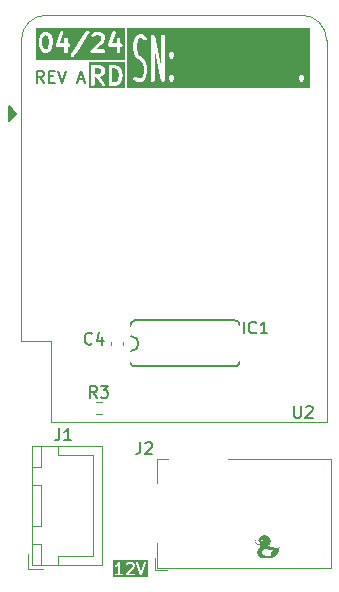
<source format=gbr>
%TF.GenerationSoftware,KiCad,Pcbnew,7.0.11-2.fc38*%
%TF.CreationDate,2024-04-05T10:11:15+02:00*%
%TF.ProjectId,WLED_Board,574c4544-5f42-46f6-9172-642e6b696361,rev?*%
%TF.SameCoordinates,Original*%
%TF.FileFunction,Legend,Top*%
%TF.FilePolarity,Positive*%
%FSLAX46Y46*%
G04 Gerber Fmt 4.6, Leading zero omitted, Abs format (unit mm)*
G04 Created by KiCad (PCBNEW 7.0.11-2.fc38) date 2024-04-05 10:11:15*
%MOMM*%
%LPD*%
G01*
G04 APERTURE LIST*
%ADD10C,0.000000*%
%ADD11C,0.150000*%
%ADD12C,0.300000*%
%ADD13C,0.120000*%
%ADD14C,0.203200*%
G04 APERTURE END LIST*
D10*
G36*
X103249999Y-124000000D02*
G01*
X103286302Y-124002115D01*
X103320938Y-124005811D01*
X103353940Y-124011022D01*
X103385341Y-124017679D01*
X103415173Y-124025714D01*
X103443470Y-124035059D01*
X103470263Y-124045645D01*
X103495586Y-124057405D01*
X103519471Y-124070270D01*
X103541950Y-124084172D01*
X103563057Y-124099043D01*
X103582824Y-124114815D01*
X103601284Y-124131419D01*
X103618469Y-124148789D01*
X103634412Y-124166854D01*
X103649146Y-124185548D01*
X103662703Y-124204802D01*
X103675116Y-124224547D01*
X103686417Y-124244717D01*
X103696640Y-124265242D01*
X103705817Y-124286055D01*
X103713980Y-124307087D01*
X103727397Y-124349536D01*
X103737151Y-124392046D01*
X103743505Y-124434069D01*
X103746720Y-124475062D01*
X103747055Y-124514479D01*
X103745911Y-124538386D01*
X103743814Y-124561390D01*
X103740810Y-124583513D01*
X103736944Y-124604778D01*
X103732262Y-124625206D01*
X103726809Y-124644820D01*
X103720630Y-124663641D01*
X103713771Y-124681691D01*
X103706276Y-124698992D01*
X103698192Y-124715567D01*
X103689563Y-124731437D01*
X103680435Y-124746624D01*
X103670853Y-124761150D01*
X103660863Y-124775038D01*
X103650509Y-124788309D01*
X103639838Y-124800985D01*
X103617723Y-124824641D01*
X103594880Y-124846182D01*
X103571672Y-124865784D01*
X103548462Y-124883622D01*
X103525611Y-124899873D01*
X103503484Y-124914713D01*
X103462847Y-124940862D01*
X103519714Y-124938479D01*
X103573869Y-124938152D01*
X103625430Y-124939704D01*
X103674512Y-124942958D01*
X103721230Y-124947736D01*
X103765700Y-124953861D01*
X103808037Y-124961155D01*
X103848359Y-124969441D01*
X103886779Y-124978542D01*
X103923415Y-124988280D01*
X103991794Y-125008958D01*
X104112222Y-125050154D01*
X104166122Y-125067833D01*
X104191899Y-125075323D01*
X104217048Y-125081675D01*
X104241685Y-125086713D01*
X104265925Y-125090259D01*
X104289884Y-125092137D01*
X104313678Y-125092167D01*
X104337422Y-125090174D01*
X104361233Y-125085979D01*
X104385226Y-125079406D01*
X104409516Y-125070276D01*
X104434220Y-125058413D01*
X104459453Y-125043639D01*
X104485330Y-125025777D01*
X104511968Y-125004649D01*
X104506679Y-125063000D01*
X104499356Y-125119421D01*
X104490084Y-125173917D01*
X104478945Y-125226494D01*
X104466025Y-125277155D01*
X104451407Y-125325906D01*
X104435175Y-125372753D01*
X104417413Y-125417700D01*
X104398205Y-125460752D01*
X104377636Y-125501915D01*
X104355789Y-125541194D01*
X104332749Y-125578593D01*
X104308598Y-125614119D01*
X104283422Y-125647775D01*
X104257304Y-125679568D01*
X104230329Y-125709501D01*
X104202579Y-125737581D01*
X104174141Y-125763813D01*
X104145096Y-125788201D01*
X104115530Y-125810750D01*
X104085526Y-125831466D01*
X104055168Y-125850354D01*
X104024541Y-125867419D01*
X103993728Y-125882666D01*
X103962814Y-125896100D01*
X103931882Y-125907727D01*
X103901016Y-125917550D01*
X103870301Y-125925576D01*
X103839821Y-125931810D01*
X103809658Y-125936256D01*
X103779898Y-125938920D01*
X103750625Y-125939807D01*
X103194424Y-125939807D01*
X103161894Y-125939260D01*
X103130134Y-125937626D01*
X103099161Y-125934919D01*
X103068992Y-125931153D01*
X103039645Y-125926340D01*
X103011137Y-125920494D01*
X102983484Y-125913629D01*
X102956705Y-125905757D01*
X102930816Y-125896893D01*
X102905835Y-125887049D01*
X102881779Y-125876238D01*
X102858665Y-125864475D01*
X102836511Y-125851772D01*
X102815333Y-125838143D01*
X102795149Y-125823601D01*
X102775976Y-125808159D01*
X102757832Y-125791831D01*
X102740733Y-125774630D01*
X102724697Y-125756570D01*
X102709742Y-125737663D01*
X102695883Y-125717923D01*
X102683140Y-125697364D01*
X102671528Y-125675998D01*
X102661065Y-125653840D01*
X102651769Y-125630902D01*
X102643656Y-125607198D01*
X102636744Y-125582740D01*
X102631050Y-125557544D01*
X102626591Y-125531621D01*
X102623385Y-125504985D01*
X102621449Y-125477649D01*
X102620800Y-125449628D01*
X102621291Y-125433746D01*
X103014382Y-125433746D01*
X103015122Y-125447078D01*
X103016659Y-125460386D01*
X103018973Y-125473645D01*
X103022047Y-125486831D01*
X103025861Y-125499920D01*
X103030396Y-125512886D01*
X103035632Y-125525706D01*
X103041551Y-125538354D01*
X103048134Y-125550806D01*
X103055362Y-125563037D01*
X103063215Y-125575024D01*
X103071675Y-125586740D01*
X103080722Y-125598162D01*
X103090338Y-125609266D01*
X103100504Y-125620025D01*
X103122477Y-125640419D01*
X103145937Y-125658631D01*
X103170740Y-125674763D01*
X103196744Y-125688915D01*
X103223805Y-125701187D01*
X103251779Y-125711681D01*
X103280524Y-125720496D01*
X103309896Y-125727733D01*
X103339752Y-125733494D01*
X103369949Y-125737878D01*
X103400344Y-125740986D01*
X103430793Y-125742918D01*
X103491280Y-125743660D01*
X103550266Y-125740907D01*
X103606603Y-125735464D01*
X103659148Y-125728136D01*
X103706752Y-125719728D01*
X103748271Y-125711045D01*
X103808468Y-125696069D01*
X103830571Y-125689646D01*
X103694989Y-125595675D01*
X103903599Y-125482734D01*
X103753295Y-125405903D01*
X103997773Y-125267146D01*
X103888526Y-125246253D01*
X103772883Y-125227036D01*
X103635151Y-125208107D01*
X103562359Y-125200188D01*
X103489274Y-125194066D01*
X103417638Y-125190316D01*
X103349195Y-125189514D01*
X103285687Y-125192233D01*
X103228858Y-125199050D01*
X103203492Y-125204174D01*
X103180449Y-125210538D01*
X103159948Y-125218215D01*
X103142205Y-125227275D01*
X103126482Y-125237251D01*
X103111879Y-125247621D01*
X103098378Y-125258361D01*
X103085959Y-125269446D01*
X103074605Y-125280851D01*
X103064294Y-125292552D01*
X103055010Y-125304524D01*
X103046732Y-125316742D01*
X103039441Y-125329183D01*
X103033119Y-125341820D01*
X103027747Y-125354631D01*
X103023304Y-125367590D01*
X103019773Y-125380672D01*
X103017135Y-125393854D01*
X103015369Y-125407110D01*
X103014458Y-125420415D01*
X103014382Y-125433746D01*
X102621291Y-125433746D01*
X102621667Y-125421578D01*
X102624190Y-125394167D01*
X102628257Y-125367398D01*
X102633752Y-125341278D01*
X102640560Y-125315812D01*
X102648567Y-125291003D01*
X102657659Y-125266857D01*
X102667720Y-125243380D01*
X102678638Y-125220576D01*
X102690296Y-125198450D01*
X102702580Y-125177007D01*
X102715376Y-125156253D01*
X102728570Y-125136191D01*
X102742046Y-125116828D01*
X102769388Y-125080216D01*
X102796487Y-125046456D01*
X102822427Y-125015589D01*
X102867162Y-124962692D01*
X102884124Y-124940742D01*
X102890854Y-124930909D01*
X102896262Y-124921844D01*
X102900236Y-124913552D01*
X102902659Y-124906039D01*
X102903419Y-124899308D01*
X102902399Y-124893366D01*
X102900670Y-124888934D01*
X102898564Y-124884270D01*
X102896103Y-124879374D01*
X102893307Y-124874246D01*
X102886797Y-124863297D01*
X102879202Y-124851424D01*
X102841353Y-124794754D01*
X102832033Y-124796483D01*
X102822628Y-124797978D01*
X102813178Y-124799240D01*
X102803722Y-124800271D01*
X102794301Y-124801070D01*
X102784955Y-124801640D01*
X102775723Y-124801981D01*
X102766645Y-124802095D01*
X102766585Y-124802095D01*
X102747910Y-124801689D01*
X102725904Y-124800209D01*
X102713840Y-124798943D01*
X102701167Y-124797260D01*
X102687961Y-124795111D01*
X102674296Y-124792447D01*
X102660248Y-124789218D01*
X102645891Y-124785375D01*
X102631300Y-124780869D01*
X102616551Y-124775650D01*
X102601717Y-124769669D01*
X102586873Y-124762877D01*
X102572096Y-124755224D01*
X102557458Y-124746661D01*
X102547177Y-124739991D01*
X102537271Y-124733003D01*
X102527736Y-124725720D01*
X102518570Y-124718165D01*
X102509768Y-124710359D01*
X102501325Y-124702324D01*
X102485506Y-124685658D01*
X102471079Y-124668345D01*
X102458016Y-124650562D01*
X102446285Y-124632487D01*
X102435854Y-124614298D01*
X102426692Y-124596173D01*
X102418770Y-124578288D01*
X102412054Y-124560822D01*
X102406516Y-124543953D01*
X102402122Y-124527858D01*
X102398843Y-124512714D01*
X102396648Y-124498700D01*
X102395504Y-124485993D01*
X102395318Y-124480476D01*
X102395318Y-124480321D01*
X102448752Y-124480321D01*
X102449671Y-124489797D01*
X102451627Y-124501012D01*
X102454653Y-124513734D01*
X102458783Y-124527732D01*
X102464051Y-124542774D01*
X102470492Y-124558627D01*
X102478140Y-124575059D01*
X102487027Y-124591838D01*
X102497190Y-124608733D01*
X102508660Y-124625511D01*
X102521474Y-124641940D01*
X102535664Y-124657789D01*
X102543285Y-124665423D01*
X102551264Y-124672824D01*
X102559604Y-124679965D01*
X102568310Y-124686815D01*
X102577385Y-124693346D01*
X102586834Y-124699529D01*
X102596040Y-124704987D01*
X102605633Y-124710138D01*
X102615588Y-124714975D01*
X102625881Y-124719491D01*
X102636487Y-124723681D01*
X102647381Y-124727538D01*
X102658538Y-124731057D01*
X102669934Y-124734229D01*
X102681544Y-124737051D01*
X102693342Y-124739514D01*
X102705305Y-124741613D01*
X102717407Y-124743342D01*
X102729625Y-124744694D01*
X102741931Y-124745663D01*
X102754304Y-124746244D01*
X102766716Y-124746428D01*
X102773572Y-124746367D01*
X102780257Y-124746187D01*
X102786768Y-124745894D01*
X102793103Y-124745493D01*
X102799260Y-124744991D01*
X102805236Y-124744391D01*
X102811031Y-124743701D01*
X102816641Y-124742926D01*
X102822064Y-124742071D01*
X102827299Y-124741142D01*
X102832343Y-124740145D01*
X102837194Y-124739084D01*
X102846308Y-124736797D01*
X102854624Y-124734324D01*
X102862125Y-124731711D01*
X102868794Y-124729003D01*
X102874614Y-124726243D01*
X102877200Y-124724858D01*
X102879568Y-124723477D01*
X102881714Y-124722106D01*
X102883638Y-124720749D01*
X102885336Y-124719413D01*
X102886807Y-124718104D01*
X102888049Y-124716826D01*
X102889059Y-124715586D01*
X102889835Y-124714389D01*
X102890376Y-124713241D01*
X102888365Y-124709879D01*
X102884533Y-124704170D01*
X102872923Y-124687699D01*
X102844518Y-124648483D01*
X102828831Y-124626810D01*
X102821109Y-124615908D01*
X102813590Y-124605007D01*
X102806370Y-124594142D01*
X102799540Y-124583347D01*
X102793194Y-124572657D01*
X102790232Y-124567362D01*
X102787426Y-124562106D01*
X102784031Y-124555276D01*
X102780996Y-124548574D01*
X102778298Y-124542007D01*
X102775914Y-124535579D01*
X102773821Y-124529295D01*
X102771997Y-124523160D01*
X102770418Y-124517178D01*
X102769063Y-124511354D01*
X102767909Y-124505694D01*
X102766933Y-124500201D01*
X102765423Y-124489738D01*
X102764353Y-124480004D01*
X102763541Y-124471038D01*
X102763148Y-124466638D01*
X102762770Y-124462700D01*
X102762394Y-124459192D01*
X102762007Y-124456086D01*
X102761805Y-124454673D01*
X102761596Y-124453351D01*
X102761377Y-124452113D01*
X102761147Y-124450957D01*
X102760904Y-124449880D01*
X102760647Y-124448876D01*
X102760374Y-124447943D01*
X102760083Y-124447077D01*
X102759772Y-124446275D01*
X102759441Y-124445531D01*
X102759086Y-124444844D01*
X102758707Y-124444208D01*
X102758302Y-124443621D01*
X102757870Y-124443078D01*
X102757408Y-124442576D01*
X102756914Y-124442111D01*
X102756389Y-124441680D01*
X102755828Y-124441279D01*
X102755232Y-124440903D01*
X102754597Y-124440550D01*
X102753924Y-124440215D01*
X102753209Y-124439896D01*
X102752451Y-124439587D01*
X102751649Y-124439286D01*
X102749697Y-124440637D01*
X102747511Y-124442262D01*
X102745150Y-124444099D01*
X102742670Y-124446089D01*
X102737586Y-124450284D01*
X102732720Y-124454363D01*
X102722696Y-124462782D01*
X102711743Y-124471577D01*
X102705902Y-124475995D01*
X102699810Y-124480363D01*
X102693461Y-124484633D01*
X102686849Y-124488757D01*
X102679967Y-124492686D01*
X102672810Y-124496374D01*
X102665371Y-124499771D01*
X102657644Y-124502831D01*
X102649622Y-124505504D01*
X102641301Y-124507743D01*
X102632673Y-124509500D01*
X102623732Y-124510727D01*
X102614839Y-124511445D01*
X102605816Y-124511651D01*
X102596693Y-124511384D01*
X102587497Y-124510685D01*
X102578255Y-124509595D01*
X102568994Y-124508154D01*
X102559744Y-124506403D01*
X102550530Y-124504382D01*
X102541382Y-124502132D01*
X102532325Y-124499692D01*
X102514601Y-124494408D01*
X102497578Y-124488855D01*
X102481477Y-124483354D01*
X102473241Y-124480543D01*
X102464636Y-124477657D01*
X102456291Y-124474986D01*
X102452413Y-124473821D01*
X102448835Y-124472817D01*
X102448752Y-124480321D01*
X102395318Y-124480321D01*
X102395327Y-124475165D01*
X102395531Y-124470061D01*
X102395931Y-124465166D01*
X102396527Y-124460479D01*
X102397319Y-124456003D01*
X102398306Y-124451738D01*
X102399490Y-124447685D01*
X102400869Y-124443846D01*
X102401632Y-124442007D01*
X102402444Y-124440221D01*
X102403305Y-124438490D01*
X102404215Y-124436812D01*
X102405174Y-124435189D01*
X102406182Y-124433620D01*
X102407239Y-124432105D01*
X102408345Y-124430645D01*
X102409500Y-124429239D01*
X102410704Y-124427888D01*
X102411958Y-124426593D01*
X102413260Y-124425352D01*
X102414611Y-124424166D01*
X102416011Y-124423036D01*
X102419219Y-124420817D01*
X102422628Y-124419033D01*
X102426253Y-124417668D01*
X102430108Y-124416706D01*
X102434208Y-124416130D01*
X102438568Y-124415925D01*
X102443201Y-124416075D01*
X102448122Y-124416563D01*
X102453346Y-124417373D01*
X102458886Y-124418489D01*
X102464757Y-124419896D01*
X102470975Y-124421576D01*
X102484503Y-124425692D01*
X102499587Y-124430711D01*
X102513602Y-124435534D01*
X102528291Y-124440396D01*
X102543428Y-124445033D01*
X102558785Y-124449176D01*
X102566476Y-124450979D01*
X102574136Y-124452558D01*
X102581738Y-124453881D01*
X102589253Y-124454913D01*
X102596653Y-124455623D01*
X102603909Y-124455975D01*
X102610993Y-124455937D01*
X102617877Y-124455475D01*
X102620810Y-124455109D01*
X102623712Y-124454636D01*
X102626583Y-124454061D01*
X102629425Y-124453388D01*
X102635017Y-124451766D01*
X102640488Y-124449802D01*
X102645838Y-124447531D01*
X102651067Y-124444986D01*
X102656175Y-124442202D01*
X102661161Y-124439211D01*
X102666025Y-124436048D01*
X102670768Y-124432747D01*
X102675390Y-124429340D01*
X102679890Y-124425862D01*
X102688524Y-124418828D01*
X102696670Y-124411913D01*
X102698280Y-124410558D01*
X102970271Y-124410558D01*
X102970388Y-124415204D01*
X102970737Y-124419790D01*
X102971310Y-124424311D01*
X102972104Y-124428759D01*
X102973111Y-124433131D01*
X102974327Y-124437419D01*
X102975746Y-124441618D01*
X102977362Y-124445723D01*
X102979169Y-124449728D01*
X102981162Y-124453626D01*
X102983335Y-124457413D01*
X102985682Y-124461083D01*
X102988199Y-124464629D01*
X102990879Y-124468046D01*
X102993716Y-124471329D01*
X102996705Y-124474471D01*
X102999840Y-124477467D01*
X103003116Y-124480311D01*
X103006527Y-124482998D01*
X103010068Y-124485521D01*
X103013732Y-124487876D01*
X103017514Y-124490055D01*
X103021408Y-124492054D01*
X103025409Y-124493867D01*
X103029511Y-124495488D01*
X103033709Y-124496911D01*
X103037996Y-124498131D01*
X103042367Y-124499142D01*
X103046817Y-124499938D01*
X103051340Y-124500513D01*
X103055930Y-124500862D01*
X103060581Y-124500979D01*
X103065237Y-124500862D01*
X103069831Y-124500512D01*
X103074357Y-124499936D01*
X103078812Y-124499139D01*
X103083187Y-124498128D01*
X103087479Y-124496908D01*
X103091681Y-124495484D01*
X103095788Y-124493863D01*
X103099794Y-124492050D01*
X103103693Y-124490051D01*
X103107479Y-124487871D01*
X103111148Y-124485517D01*
X103114693Y-124482993D01*
X103118108Y-124480307D01*
X103121389Y-124477463D01*
X103124528Y-124474467D01*
X103127522Y-124471325D01*
X103130363Y-124468043D01*
X103133047Y-124464626D01*
X103135567Y-124461080D01*
X103137918Y-124457411D01*
X103140095Y-124453624D01*
X103142091Y-124449726D01*
X103143901Y-124445722D01*
X103145519Y-124441617D01*
X103146940Y-124437418D01*
X103148158Y-124433130D01*
X103149167Y-124428759D01*
X103149962Y-124424311D01*
X103150536Y-124419790D01*
X103150885Y-124415204D01*
X103151003Y-124410558D01*
X103150885Y-124405905D01*
X103150536Y-124401313D01*
X103149962Y-124396788D01*
X103149167Y-124392336D01*
X103148158Y-124387961D01*
X103146940Y-124383670D01*
X103145519Y-124379469D01*
X103143901Y-124375362D01*
X103142091Y-124371357D01*
X103140095Y-124367457D01*
X103137918Y-124363670D01*
X103135567Y-124360001D01*
X103133047Y-124356456D01*
X103130363Y-124353039D01*
X103127522Y-124349758D01*
X103124528Y-124346617D01*
X103121389Y-124343622D01*
X103118108Y-124340780D01*
X103114693Y-124338095D01*
X103111148Y-124335573D01*
X103107479Y-124333221D01*
X103103693Y-124331043D01*
X103099794Y-124329045D01*
X103095788Y-124327234D01*
X103091681Y-124325615D01*
X103087479Y-124324193D01*
X103083187Y-124322974D01*
X103078812Y-124321964D01*
X103074357Y-124321168D01*
X103069831Y-124320593D01*
X103065237Y-124320244D01*
X103060581Y-124320126D01*
X103055936Y-124320244D01*
X103051352Y-124320593D01*
X103046834Y-124321168D01*
X103042388Y-124321964D01*
X103038020Y-124322974D01*
X103033735Y-124324193D01*
X103029540Y-124325615D01*
X103025439Y-124327234D01*
X103021439Y-124329045D01*
X103017545Y-124331043D01*
X103013763Y-124333221D01*
X103010099Y-124335573D01*
X103006558Y-124338095D01*
X103003146Y-124340780D01*
X102999869Y-124343622D01*
X102996732Y-124346617D01*
X102993741Y-124349758D01*
X102990901Y-124353039D01*
X102988220Y-124356456D01*
X102985701Y-124360001D01*
X102983351Y-124363670D01*
X102981176Y-124367457D01*
X102979181Y-124371357D01*
X102977372Y-124375362D01*
X102975754Y-124379469D01*
X102974333Y-124383670D01*
X102973116Y-124387961D01*
X102972107Y-124392336D01*
X102971312Y-124396788D01*
X102970738Y-124401313D01*
X102970389Y-124405905D01*
X102970271Y-124410558D01*
X102698280Y-124410558D01*
X102703711Y-124405986D01*
X102710474Y-124400484D01*
X102713782Y-124397928D01*
X102717056Y-124395519D01*
X102720310Y-124393274D01*
X102723556Y-124391205D01*
X102726804Y-124389326D01*
X102730069Y-124387653D01*
X102733361Y-124386198D01*
X102736694Y-124384976D01*
X102740079Y-124384001D01*
X102743528Y-124383287D01*
X102745281Y-124383033D01*
X102747054Y-124382848D01*
X102748849Y-124382737D01*
X102750668Y-124382699D01*
X102760052Y-124383973D01*
X102768438Y-124348729D01*
X102779164Y-124313340D01*
X102792365Y-124278156D01*
X102808174Y-124243532D01*
X102826724Y-124209820D01*
X102848151Y-124177371D01*
X102872587Y-124146540D01*
X102885975Y-124131841D01*
X102900166Y-124117679D01*
X102915176Y-124104096D01*
X102931022Y-124091139D01*
X102947720Y-124078850D01*
X102965288Y-124067274D01*
X102983742Y-124056455D01*
X103003099Y-124046437D01*
X103023375Y-124037263D01*
X103044588Y-124028979D01*
X103066753Y-124021628D01*
X103089889Y-124015254D01*
X103114010Y-124009901D01*
X103139135Y-124005614D01*
X103165280Y-124002436D01*
X103192461Y-124000412D01*
X103220695Y-123999585D01*
X103249999Y-124000000D01*
G37*
D11*
X84558206Y-85669819D02*
X84224873Y-85193628D01*
X83986778Y-85669819D02*
X83986778Y-84669819D01*
X83986778Y-84669819D02*
X84367730Y-84669819D01*
X84367730Y-84669819D02*
X84462968Y-84717438D01*
X84462968Y-84717438D02*
X84510587Y-84765057D01*
X84510587Y-84765057D02*
X84558206Y-84860295D01*
X84558206Y-84860295D02*
X84558206Y-85003152D01*
X84558206Y-85003152D02*
X84510587Y-85098390D01*
X84510587Y-85098390D02*
X84462968Y-85146009D01*
X84462968Y-85146009D02*
X84367730Y-85193628D01*
X84367730Y-85193628D02*
X83986778Y-85193628D01*
X84986778Y-85146009D02*
X85320111Y-85146009D01*
X85462968Y-85669819D02*
X84986778Y-85669819D01*
X84986778Y-85669819D02*
X84986778Y-84669819D01*
X84986778Y-84669819D02*
X85462968Y-84669819D01*
X85748683Y-84669819D02*
X86082016Y-85669819D01*
X86082016Y-85669819D02*
X86415349Y-84669819D01*
X87462969Y-85384104D02*
X87939159Y-85384104D01*
X87367731Y-85669819D02*
X87701064Y-84669819D01*
X87701064Y-84669819D02*
X88034397Y-85669819D01*
D12*
G36*
X89329942Y-84495535D02*
G01*
X89366946Y-84532539D01*
X89411652Y-84621951D01*
X89411652Y-84765418D01*
X89366945Y-84854831D01*
X89329940Y-84891836D01*
X89240528Y-84936542D01*
X88854509Y-84936542D01*
X88854509Y-84450828D01*
X89240528Y-84450828D01*
X89329942Y-84495535D01*
G37*
G36*
X90694910Y-84503361D02*
G01*
X90795517Y-84603968D01*
X90848696Y-84710327D01*
X90911652Y-84962148D01*
X90911652Y-85139507D01*
X90848696Y-85391328D01*
X90795517Y-85497688D01*
X90694911Y-85598294D01*
X90537309Y-85650828D01*
X90354509Y-85650828D01*
X90354509Y-84450828D01*
X90537312Y-84450828D01*
X90694910Y-84503361D01*
G37*
G36*
X91425938Y-86165114D02*
G01*
X88340223Y-86165114D01*
X88340223Y-85800828D01*
X88554509Y-85800828D01*
X88574605Y-85875828D01*
X88629509Y-85930732D01*
X88704509Y-85950828D01*
X88779509Y-85930732D01*
X88834413Y-85875828D01*
X88854509Y-85800828D01*
X88854509Y-85236542D01*
X88983554Y-85236542D01*
X89438767Y-85886847D01*
X89498240Y-85936765D01*
X89574705Y-85950259D01*
X89647671Y-85923713D01*
X89697589Y-85864240D01*
X89708779Y-85800828D01*
X90054509Y-85800828D01*
X90074605Y-85875828D01*
X90129509Y-85930732D01*
X90204509Y-85950828D01*
X90561652Y-85950828D01*
X90584977Y-85944578D01*
X90609086Y-85943131D01*
X90823372Y-85871703D01*
X90852147Y-85852703D01*
X90882004Y-85835466D01*
X91024861Y-85692608D01*
X91036936Y-85671693D01*
X91052959Y-85653624D01*
X91124388Y-85510768D01*
X91127708Y-85494541D01*
X91135745Y-85480065D01*
X91207173Y-85194351D01*
X91206861Y-85175848D01*
X91211652Y-85157971D01*
X91211652Y-84943685D01*
X91206861Y-84925807D01*
X91207173Y-84907305D01*
X91135745Y-84621591D01*
X91127708Y-84607114D01*
X91124388Y-84590888D01*
X91052959Y-84448032D01*
X91036936Y-84429963D01*
X91024861Y-84409048D01*
X90882004Y-84266191D01*
X90852147Y-84248953D01*
X90823372Y-84229954D01*
X90609086Y-84158526D01*
X90584980Y-84157078D01*
X90561652Y-84150828D01*
X90204509Y-84150828D01*
X90129509Y-84170924D01*
X90074605Y-84225828D01*
X90054509Y-84300828D01*
X90054509Y-85800828D01*
X89708779Y-85800828D01*
X89711083Y-85787775D01*
X89684537Y-85714809D01*
X89339210Y-85221485D01*
X89343020Y-85220706D01*
X89485877Y-85149278D01*
X89503946Y-85133254D01*
X89524861Y-85121180D01*
X89596290Y-85049751D01*
X89608364Y-85028836D01*
X89624388Y-85010767D01*
X89695816Y-84867909D01*
X89702727Y-84834133D01*
X89711652Y-84800828D01*
X89711652Y-84586542D01*
X89702727Y-84553236D01*
X89695816Y-84519461D01*
X89624388Y-84376603D01*
X89608364Y-84358533D01*
X89596289Y-84337618D01*
X89524860Y-84266190D01*
X89503945Y-84254115D01*
X89485877Y-84238093D01*
X89343020Y-84166664D01*
X89309239Y-84159751D01*
X89275938Y-84150828D01*
X88704509Y-84150828D01*
X88629509Y-84170924D01*
X88574605Y-84225828D01*
X88554509Y-84300828D01*
X88554509Y-85800828D01*
X88340223Y-85800828D01*
X88340223Y-83936542D01*
X91425938Y-83936542D01*
X91425938Y-86165114D01*
G37*
D11*
G36*
X93329357Y-127537676D02*
G01*
X90422441Y-127537676D01*
X90422441Y-127306795D01*
X90565298Y-127306795D01*
X90574207Y-127357319D01*
X90613507Y-127390296D01*
X90639159Y-127394819D01*
X91210587Y-127394819D01*
X91258796Y-127377272D01*
X91284448Y-127332843D01*
X91280999Y-127313283D01*
X91469207Y-127313283D01*
X91475048Y-127335085D01*
X91478969Y-127357319D01*
X91481596Y-127359523D01*
X91482484Y-127362837D01*
X91500975Y-127375785D01*
X91518269Y-127390296D01*
X91522853Y-127391104D01*
X91524510Y-127392264D01*
X91527798Y-127391976D01*
X91543921Y-127394819D01*
X92162968Y-127394819D01*
X92211177Y-127377272D01*
X92236829Y-127332843D01*
X92227920Y-127282319D01*
X92188620Y-127249342D01*
X92162968Y-127244819D01*
X91724987Y-127244819D01*
X92168382Y-126801423D01*
X92170277Y-126797358D01*
X92174097Y-126795012D01*
X92186500Y-126772107D01*
X92234119Y-126629251D01*
X92234074Y-126627615D01*
X92237968Y-126605533D01*
X92237968Y-126510295D01*
X92236434Y-126506081D01*
X92237476Y-126501720D01*
X92230050Y-126476754D01*
X92182431Y-126381516D01*
X92181241Y-126380390D01*
X92168382Y-126362024D01*
X92124128Y-126317770D01*
X92373711Y-126317770D01*
X92377532Y-126343536D01*
X92710865Y-127343536D01*
X92712207Y-127345227D01*
X92712266Y-127347386D01*
X92728015Y-127365147D01*
X92742756Y-127383722D01*
X92744869Y-127384154D01*
X92746303Y-127385771D01*
X92769773Y-127389251D01*
X92793017Y-127394008D01*
X92794916Y-127392979D01*
X92797052Y-127393296D01*
X92817265Y-127380877D01*
X92838131Y-127369579D01*
X92838924Y-127367571D01*
X92840764Y-127366441D01*
X92853167Y-127343536D01*
X93186500Y-126343536D01*
X93185099Y-126292253D01*
X93151061Y-126253867D01*
X93100313Y-126246342D01*
X93056600Y-126273197D01*
X93044198Y-126296102D01*
X92782016Y-127082648D01*
X92519834Y-126296102D01*
X92487943Y-126255916D01*
X92437682Y-126245630D01*
X92392568Y-126270059D01*
X92373711Y-126317770D01*
X92124128Y-126317770D01*
X92120763Y-126314405D01*
X92119281Y-126313714D01*
X92101271Y-126300356D01*
X92006033Y-126252737D01*
X92001579Y-126252224D01*
X91998144Y-126249342D01*
X91972492Y-126244819D01*
X91734397Y-126244819D01*
X91730183Y-126246352D01*
X91725822Y-126245311D01*
X91700856Y-126252737D01*
X91605618Y-126300356D01*
X91604492Y-126301545D01*
X91586126Y-126314405D01*
X91538507Y-126362024D01*
X91516826Y-126408521D01*
X91530103Y-126458075D01*
X91572129Y-126487502D01*
X91623236Y-126483030D01*
X91644573Y-126468090D01*
X91683586Y-126429077D01*
X91752102Y-126394819D01*
X91954787Y-126394819D01*
X92023303Y-126429077D01*
X92053710Y-126459484D01*
X92087968Y-126528000D01*
X92087968Y-126593363D01*
X92049796Y-126707876D01*
X91490888Y-127266786D01*
X91481350Y-127287239D01*
X91470060Y-127306795D01*
X91470656Y-127310175D01*
X91469207Y-127313283D01*
X91280999Y-127313283D01*
X91275539Y-127282319D01*
X91236239Y-127249342D01*
X91210587Y-127244819D01*
X90999873Y-127244819D01*
X90999873Y-126319819D01*
X90998397Y-126315765D01*
X90999418Y-126311576D01*
X90989770Y-126292063D01*
X90982326Y-126271610D01*
X90978591Y-126269454D01*
X90976680Y-126265587D01*
X90956745Y-126256840D01*
X90937897Y-126245958D01*
X90933649Y-126246706D01*
X90929700Y-126244974D01*
X90908805Y-126251087D01*
X90887373Y-126254867D01*
X90884601Y-126258169D01*
X90880462Y-126259381D01*
X90862469Y-126278216D01*
X90771349Y-126414896D01*
X90689970Y-126496275D01*
X90605618Y-126538451D01*
X90570346Y-126575705D01*
X90567271Y-126626916D01*
X90597835Y-126668121D01*
X90647733Y-126680041D01*
X90672700Y-126672615D01*
X90767938Y-126624996D01*
X90769063Y-126623806D01*
X90787430Y-126610947D01*
X90849873Y-126548504D01*
X90849873Y-127244819D01*
X90639159Y-127244819D01*
X90590950Y-127262366D01*
X90565298Y-127306795D01*
X90422441Y-127306795D01*
X90422441Y-126101962D01*
X93329357Y-126101962D01*
X93329357Y-127537676D01*
G37*
D12*
G36*
X84837085Y-81695535D02*
G01*
X84874089Y-81732539D01*
X84927267Y-81838897D01*
X84990224Y-82090721D01*
X84990224Y-82410935D01*
X84927267Y-82662759D01*
X84874088Y-82769117D01*
X84837083Y-82806122D01*
X84747671Y-82850828D01*
X84675634Y-82850828D01*
X84586220Y-82806121D01*
X84549216Y-82769117D01*
X84496035Y-82662757D01*
X84433081Y-82410936D01*
X84433081Y-82090720D01*
X84496035Y-81838898D01*
X84549216Y-81732538D01*
X84586220Y-81695535D01*
X84675634Y-81650828D01*
X84747671Y-81650828D01*
X84837085Y-81695535D01*
G37*
G36*
X91433080Y-83721946D02*
G01*
X83918795Y-83721946D01*
X83918795Y-83348317D01*
X86847677Y-83348317D01*
X86862904Y-83424455D01*
X86914161Y-83482779D01*
X86987712Y-83507660D01*
X87063850Y-83492433D01*
X87122174Y-83441176D01*
X87415739Y-83000828D01*
X88490223Y-83000828D01*
X88495334Y-83019902D01*
X88495334Y-83039651D01*
X88505207Y-83056753D01*
X88510319Y-83075828D01*
X88524283Y-83089792D01*
X88534157Y-83106894D01*
X88551258Y-83116767D01*
X88565223Y-83130732D01*
X88584297Y-83135843D01*
X88601400Y-83145717D01*
X88621148Y-83145717D01*
X88640223Y-83150828D01*
X89568795Y-83150828D01*
X89643795Y-83130732D01*
X89698699Y-83075828D01*
X89718795Y-83000828D01*
X89698699Y-82925828D01*
X89643795Y-82870924D01*
X89568795Y-82850828D01*
X89002355Y-82850828D01*
X89352355Y-82500828D01*
X89990223Y-82500828D01*
X89994185Y-82515616D01*
X89993268Y-82530900D01*
X90004068Y-82552502D01*
X90010319Y-82575828D01*
X90021144Y-82586653D01*
X90027992Y-82600349D01*
X90048146Y-82613655D01*
X90065223Y-82630732D01*
X90080013Y-82634694D01*
X90092789Y-82643130D01*
X90116894Y-82644577D01*
X90140223Y-82650828D01*
X90704509Y-82650828D01*
X90704509Y-83000828D01*
X90724605Y-83075828D01*
X90779509Y-83130732D01*
X90854509Y-83150828D01*
X90929509Y-83130732D01*
X90984413Y-83075828D01*
X91004509Y-83000828D01*
X91004509Y-82650828D01*
X91068794Y-82650828D01*
X91143794Y-82630732D01*
X91198698Y-82575828D01*
X91218794Y-82500828D01*
X91198698Y-82425828D01*
X91143794Y-82370924D01*
X91068794Y-82350828D01*
X91004509Y-82350828D01*
X91004509Y-82000828D01*
X90984413Y-81925828D01*
X90929509Y-81870924D01*
X90854509Y-81850828D01*
X90779509Y-81870924D01*
X90724605Y-81925828D01*
X90704509Y-82000828D01*
X90704509Y-82350828D01*
X90348336Y-82350828D01*
X90639668Y-81476835D01*
X90644321Y-81399328D01*
X90609596Y-81329880D01*
X90544800Y-81287098D01*
X90467294Y-81282446D01*
X90397845Y-81317170D01*
X90355063Y-81381966D01*
X89997921Y-82453394D01*
X89996473Y-82477499D01*
X89990223Y-82500828D01*
X89352355Y-82500828D01*
X89603432Y-82249751D01*
X89620672Y-82219890D01*
X89639668Y-82191120D01*
X89711097Y-81976835D01*
X89712544Y-81952728D01*
X89718795Y-81929400D01*
X89718795Y-81786542D01*
X89709872Y-81753241D01*
X89702959Y-81719459D01*
X89631530Y-81576603D01*
X89615507Y-81558534D01*
X89603432Y-81537619D01*
X89532004Y-81466191D01*
X89511089Y-81454116D01*
X89493020Y-81438093D01*
X89350162Y-81366664D01*
X89316381Y-81359751D01*
X89283080Y-81350828D01*
X88925938Y-81350828D01*
X88892636Y-81359751D01*
X88858856Y-81366664D01*
X88715998Y-81438093D01*
X88697928Y-81454116D01*
X88677014Y-81466191D01*
X88605586Y-81537619D01*
X88566763Y-81604862D01*
X88566763Y-81682508D01*
X88605586Y-81749751D01*
X88672829Y-81788574D01*
X88750475Y-81788574D01*
X88817718Y-81749751D01*
X88871934Y-81695535D01*
X88961348Y-81650828D01*
X89247670Y-81650828D01*
X89337084Y-81695535D01*
X89374088Y-81732539D01*
X89418795Y-81821952D01*
X89418795Y-81905059D01*
X89366261Y-82062657D01*
X88534157Y-82894762D01*
X88524283Y-82911863D01*
X88510319Y-82925828D01*
X88505207Y-82944902D01*
X88495334Y-82962005D01*
X88495334Y-82981753D01*
X88490223Y-83000828D01*
X87415739Y-83000828D01*
X88407888Y-81512605D01*
X88432769Y-81439054D01*
X88417542Y-81362916D01*
X88366285Y-81304592D01*
X88292734Y-81279711D01*
X88216596Y-81294938D01*
X88158273Y-81346195D01*
X86872558Y-83274766D01*
X86847677Y-83348317D01*
X83918795Y-83348317D01*
X83918795Y-82429400D01*
X84133081Y-82429400D01*
X84137871Y-82447277D01*
X84137560Y-82465780D01*
X84208988Y-82751494D01*
X84217024Y-82765971D01*
X84220345Y-82782196D01*
X84291774Y-82925053D01*
X84307796Y-82943121D01*
X84319872Y-82964037D01*
X84391301Y-83035466D01*
X84412215Y-83047540D01*
X84430285Y-83063564D01*
X84573143Y-83134992D01*
X84606918Y-83141903D01*
X84640224Y-83150828D01*
X84783081Y-83150828D01*
X84816384Y-83141904D01*
X84850163Y-83134992D01*
X84993020Y-83063564D01*
X85011089Y-83047540D01*
X85032004Y-83035466D01*
X85103433Y-82964037D01*
X85115507Y-82943122D01*
X85131531Y-82925053D01*
X85202959Y-82782195D01*
X85206278Y-82765973D01*
X85214316Y-82751495D01*
X85276983Y-82500828D01*
X85561652Y-82500828D01*
X85565614Y-82515616D01*
X85564697Y-82530900D01*
X85575497Y-82552502D01*
X85581748Y-82575828D01*
X85592573Y-82586653D01*
X85599421Y-82600349D01*
X85619575Y-82613655D01*
X85636652Y-82630732D01*
X85651442Y-82634694D01*
X85664218Y-82643130D01*
X85688323Y-82644577D01*
X85711652Y-82650828D01*
X86275938Y-82650828D01*
X86275938Y-83000828D01*
X86296034Y-83075828D01*
X86350938Y-83130732D01*
X86425938Y-83150828D01*
X86500938Y-83130732D01*
X86555842Y-83075828D01*
X86575938Y-83000828D01*
X86575938Y-82650828D01*
X86640223Y-82650828D01*
X86715223Y-82630732D01*
X86770127Y-82575828D01*
X86790223Y-82500828D01*
X86770127Y-82425828D01*
X86715223Y-82370924D01*
X86640223Y-82350828D01*
X86575938Y-82350828D01*
X86575938Y-82000828D01*
X86555842Y-81925828D01*
X86500938Y-81870924D01*
X86425938Y-81850828D01*
X86350938Y-81870924D01*
X86296034Y-81925828D01*
X86275938Y-82000828D01*
X86275938Y-82350828D01*
X85919765Y-82350828D01*
X86211097Y-81476835D01*
X86215750Y-81399328D01*
X86181025Y-81329880D01*
X86116229Y-81287098D01*
X86038723Y-81282446D01*
X85969274Y-81317170D01*
X85926492Y-81381966D01*
X85569350Y-82453394D01*
X85567902Y-82477499D01*
X85561652Y-82500828D01*
X85276983Y-82500828D01*
X85285745Y-82465781D01*
X85285433Y-82447276D01*
X85290224Y-82429400D01*
X85290224Y-82072257D01*
X85285433Y-82054380D01*
X85285745Y-82035876D01*
X85214316Y-81750162D01*
X85206278Y-81735684D01*
X85202959Y-81719461D01*
X85131531Y-81576603D01*
X85115507Y-81558533D01*
X85103432Y-81537618D01*
X85032003Y-81466190D01*
X85011088Y-81454115D01*
X84993020Y-81438093D01*
X84850163Y-81366664D01*
X84816382Y-81359751D01*
X84783081Y-81350828D01*
X84640224Y-81350828D01*
X84606923Y-81359750D01*
X84573141Y-81366664D01*
X84430285Y-81438093D01*
X84412216Y-81454115D01*
X84391302Y-81466190D01*
X84319873Y-81537618D01*
X84307796Y-81558534D01*
X84291774Y-81576603D01*
X84220345Y-81719460D01*
X84217024Y-81735684D01*
X84208988Y-81750162D01*
X84137560Y-82035877D01*
X84137871Y-82054379D01*
X84133081Y-82072257D01*
X84133081Y-82429400D01*
X83918795Y-82429400D01*
X83918795Y-81065425D01*
X91433080Y-81065425D01*
X91433080Y-83721946D01*
G37*
G36*
X107107300Y-86160776D02*
G01*
X91600224Y-86160776D01*
X91600224Y-82813633D01*
X92133081Y-82813633D01*
X92136977Y-82828175D01*
X92136024Y-82843202D01*
X92207452Y-83198440D01*
X92213660Y-83210963D01*
X92215341Y-83224837D01*
X92286770Y-83402456D01*
X92300094Y-83420198D01*
X92309053Y-83440500D01*
X92451910Y-83618119D01*
X92472317Y-83633049D01*
X92489601Y-83651499D01*
X92753627Y-83815635D01*
X92866514Y-83955991D01*
X92924464Y-84100096D01*
X92990224Y-84427136D01*
X92990224Y-84752509D01*
X92924464Y-85079548D01*
X92866513Y-85223657D01*
X92782656Y-85327919D01*
X92551451Y-85327919D01*
X92378805Y-85184815D01*
X92308238Y-85152424D01*
X92230930Y-85159658D01*
X92167596Y-85204576D01*
X92135205Y-85275143D01*
X92142439Y-85352451D01*
X92187357Y-85415785D01*
X92401643Y-85593404D01*
X92413297Y-85598753D01*
X92422367Y-85607823D01*
X92448046Y-85614703D01*
X92472210Y-85625795D01*
X92484980Y-85624600D01*
X92497367Y-85627919D01*
X92854509Y-85627919D01*
X92881225Y-85620760D01*
X92908730Y-85617777D01*
X92918189Y-85610856D01*
X92929509Y-85607823D01*
X92949068Y-85588263D01*
X92971394Y-85571929D01*
X93047006Y-85477919D01*
X93633080Y-85477919D01*
X93653176Y-85552919D01*
X93708080Y-85607823D01*
X93783080Y-85627919D01*
X93858080Y-85607823D01*
X93912984Y-85552919D01*
X93933080Y-85477919D01*
X93933080Y-83070432D01*
X94494033Y-85511513D01*
X94504524Y-85531293D01*
X94510319Y-85552919D01*
X94522405Y-85565005D01*
X94530416Y-85580108D01*
X94549392Y-85591992D01*
X94565223Y-85607823D01*
X94581732Y-85612246D01*
X94596222Y-85621321D01*
X94618599Y-85622125D01*
X94640223Y-85627919D01*
X94656733Y-85623495D01*
X94673817Y-85624109D01*
X94693597Y-85613617D01*
X94715223Y-85607823D01*
X94727308Y-85595737D01*
X94742411Y-85587727D01*
X94754295Y-85568750D01*
X94770127Y-85552919D01*
X94774551Y-85536408D01*
X94783624Y-85521921D01*
X94784428Y-85499545D01*
X94790223Y-85477919D01*
X94790223Y-85321417D01*
X95134575Y-85321417D01*
X95141721Y-85338178D01*
X95143913Y-85356265D01*
X95215340Y-85533884D01*
X95221814Y-85542505D01*
X95224605Y-85552919D01*
X95232228Y-85560542D01*
X95236457Y-85570459D01*
X95251024Y-85581399D01*
X95261968Y-85595971D01*
X95271885Y-85600199D01*
X95279509Y-85607823D01*
X95289923Y-85610613D01*
X95298543Y-85617087D01*
X95316630Y-85619278D01*
X95333392Y-85626425D01*
X95344094Y-85625128D01*
X95354509Y-85627919D01*
X95364923Y-85625128D01*
X95375625Y-85626425D01*
X95392386Y-85619278D01*
X95410474Y-85617087D01*
X95419093Y-85610613D01*
X95429509Y-85607823D01*
X95437132Y-85600199D01*
X95447049Y-85595971D01*
X95457990Y-85581402D01*
X95472561Y-85570460D01*
X95476789Y-85560542D01*
X95484413Y-85552919D01*
X95487203Y-85542504D01*
X95493677Y-85533885D01*
X95565106Y-85356267D01*
X95567297Y-85338176D01*
X95574444Y-85321417D01*
X106134574Y-85321417D01*
X106141720Y-85338178D01*
X106143912Y-85356265D01*
X106215339Y-85533884D01*
X106221813Y-85542505D01*
X106224604Y-85552919D01*
X106232227Y-85560542D01*
X106236456Y-85570459D01*
X106251023Y-85581399D01*
X106261967Y-85595971D01*
X106271884Y-85600199D01*
X106279508Y-85607823D01*
X106289922Y-85610613D01*
X106298542Y-85617087D01*
X106316629Y-85619278D01*
X106333391Y-85626425D01*
X106344093Y-85625128D01*
X106354508Y-85627919D01*
X106364922Y-85625128D01*
X106375624Y-85626425D01*
X106392385Y-85619278D01*
X106410473Y-85617087D01*
X106419092Y-85610613D01*
X106429508Y-85607823D01*
X106437131Y-85600199D01*
X106447048Y-85595971D01*
X106457989Y-85581402D01*
X106472560Y-85570460D01*
X106476788Y-85560542D01*
X106484412Y-85552919D01*
X106487202Y-85542504D01*
X106493676Y-85533885D01*
X106565105Y-85356267D01*
X106567296Y-85338176D01*
X106574443Y-85321416D01*
X106571884Y-85300300D01*
X106574443Y-85279185D01*
X106567296Y-85262424D01*
X106565105Y-85244334D01*
X106493676Y-85066714D01*
X106487202Y-85058094D01*
X106484412Y-85047680D01*
X106476788Y-85040056D01*
X106472560Y-85030139D01*
X106457990Y-85019197D01*
X106447049Y-85004628D01*
X106437131Y-85000399D01*
X106429508Y-84992776D01*
X106419094Y-84989985D01*
X106410473Y-84983511D01*
X106392383Y-84981319D01*
X106375624Y-84974174D01*
X106364922Y-84975470D01*
X106354508Y-84972680D01*
X106344093Y-84975470D01*
X106333391Y-84974174D01*
X106316629Y-84981320D01*
X106298542Y-84983512D01*
X106289922Y-84989985D01*
X106279508Y-84992776D01*
X106271884Y-85000399D01*
X106261967Y-85004628D01*
X106251025Y-85019197D01*
X106236456Y-85030139D01*
X106232227Y-85040056D01*
X106224604Y-85047680D01*
X106221813Y-85058093D01*
X106215339Y-85066715D01*
X106143911Y-85244335D01*
X106141719Y-85262423D01*
X106134574Y-85279183D01*
X106137132Y-85300298D01*
X106134574Y-85321417D01*
X95574444Y-85321417D01*
X95574444Y-85321416D01*
X95571885Y-85300300D01*
X95574444Y-85279185D01*
X95567297Y-85262424D01*
X95565106Y-85244334D01*
X95493677Y-85066714D01*
X95487203Y-85058094D01*
X95484413Y-85047680D01*
X95476789Y-85040056D01*
X95472561Y-85030139D01*
X95457991Y-85019197D01*
X95447050Y-85004628D01*
X95437132Y-85000399D01*
X95429509Y-84992776D01*
X95419095Y-84989985D01*
X95410474Y-84983511D01*
X95392384Y-84981319D01*
X95375625Y-84974174D01*
X95364923Y-84975470D01*
X95354509Y-84972680D01*
X95344094Y-84975470D01*
X95333392Y-84974174D01*
X95316630Y-84981320D01*
X95298543Y-84983512D01*
X95289923Y-84989985D01*
X95279509Y-84992776D01*
X95271885Y-85000399D01*
X95261968Y-85004628D01*
X95251026Y-85019197D01*
X95236457Y-85030139D01*
X95232228Y-85040056D01*
X95224605Y-85047680D01*
X95221814Y-85058093D01*
X95215340Y-85066715D01*
X95143912Y-85244335D01*
X95141720Y-85262423D01*
X95134575Y-85279183D01*
X95137133Y-85300298D01*
X95134575Y-85321417D01*
X94790223Y-85321417D01*
X94790223Y-83367607D01*
X95134575Y-83367607D01*
X95141721Y-83384368D01*
X95143913Y-83402455D01*
X95215340Y-83580074D01*
X95221814Y-83588695D01*
X95224605Y-83599109D01*
X95232228Y-83606732D01*
X95236457Y-83616649D01*
X95251024Y-83627589D01*
X95261968Y-83642161D01*
X95271885Y-83646389D01*
X95279509Y-83654013D01*
X95289923Y-83656803D01*
X95298543Y-83663277D01*
X95316630Y-83665468D01*
X95333392Y-83672615D01*
X95344094Y-83671318D01*
X95354509Y-83674109D01*
X95364923Y-83671318D01*
X95375625Y-83672615D01*
X95392386Y-83665468D01*
X95410474Y-83663277D01*
X95419093Y-83656803D01*
X95429509Y-83654013D01*
X95437132Y-83646389D01*
X95447049Y-83642161D01*
X95457990Y-83627592D01*
X95472561Y-83616650D01*
X95476789Y-83606732D01*
X95484413Y-83599109D01*
X95487203Y-83588694D01*
X95493677Y-83580075D01*
X95565106Y-83402457D01*
X95567297Y-83384365D01*
X95574444Y-83367605D01*
X95571886Y-83346490D01*
X95574444Y-83325375D01*
X95567297Y-83308614D01*
X95565106Y-83290523D01*
X95493677Y-83112905D01*
X95487203Y-83104285D01*
X95484413Y-83093871D01*
X95476789Y-83086247D01*
X95472561Y-83076330D01*
X95457990Y-83065387D01*
X95447049Y-83050819D01*
X95437132Y-83046590D01*
X95429509Y-83038967D01*
X95419093Y-83036176D01*
X95410474Y-83029703D01*
X95392386Y-83027511D01*
X95375625Y-83020365D01*
X95364923Y-83021661D01*
X95354509Y-83018871D01*
X95344094Y-83021661D01*
X95333392Y-83020365D01*
X95316630Y-83027511D01*
X95298543Y-83029703D01*
X95289923Y-83036176D01*
X95279509Y-83038967D01*
X95271885Y-83046590D01*
X95261968Y-83050819D01*
X95251024Y-83065390D01*
X95236457Y-83076331D01*
X95232228Y-83086247D01*
X95224605Y-83093871D01*
X95221814Y-83104284D01*
X95215340Y-83112906D01*
X95143913Y-83290525D01*
X95141721Y-83308611D01*
X95134575Y-83325373D01*
X95137133Y-83346490D01*
X95134575Y-83367607D01*
X94790223Y-83367607D01*
X94790223Y-81747919D01*
X94770127Y-81672919D01*
X94715223Y-81618015D01*
X94640223Y-81597919D01*
X94565223Y-81618015D01*
X94510319Y-81672919D01*
X94490223Y-81747919D01*
X94490223Y-84155405D01*
X93929270Y-81714325D01*
X93918778Y-81694545D01*
X93912984Y-81672919D01*
X93900896Y-81660831D01*
X93892887Y-81645731D01*
X93873912Y-81633847D01*
X93858080Y-81618015D01*
X93841568Y-81613590D01*
X93827082Y-81604518D01*
X93804706Y-81603713D01*
X93783080Y-81597919D01*
X93766569Y-81602343D01*
X93749486Y-81601729D01*
X93729706Y-81612220D01*
X93708080Y-81618015D01*
X93695992Y-81630102D01*
X93680892Y-81638112D01*
X93669008Y-81657086D01*
X93653176Y-81672919D01*
X93648751Y-81689430D01*
X93639679Y-81703917D01*
X93638874Y-81726292D01*
X93633080Y-81747919D01*
X93633080Y-85477919D01*
X93047006Y-85477919D01*
X93114252Y-85394310D01*
X93123209Y-85374009D01*
X93136536Y-85356265D01*
X93207964Y-85178645D01*
X93209644Y-85164770D01*
X93215852Y-85152249D01*
X93287281Y-84797011D01*
X93286327Y-84781984D01*
X93290224Y-84767442D01*
X93290224Y-84412204D01*
X93286327Y-84397661D01*
X93287281Y-84382635D01*
X93215852Y-84027397D01*
X93209643Y-84014873D01*
X93207963Y-84001000D01*
X93136535Y-83823382D01*
X93123210Y-83805639D01*
X93114252Y-83785337D01*
X92971394Y-83607718D01*
X92950987Y-83592787D01*
X92933703Y-83574338D01*
X92669676Y-83410201D01*
X92556791Y-83269847D01*
X92498839Y-83125742D01*
X92433081Y-82798700D01*
X92433081Y-82473327D01*
X92498839Y-82146285D01*
X92556791Y-82002180D01*
X92640648Y-81897919D01*
X92871854Y-81897919D01*
X93044500Y-82041023D01*
X93115067Y-82073414D01*
X93192375Y-82066181D01*
X93255709Y-82021262D01*
X93288100Y-81950695D01*
X93280867Y-81873387D01*
X93235948Y-81810053D01*
X93021662Y-81632434D01*
X93010007Y-81627084D01*
X93000938Y-81618015D01*
X92975258Y-81611134D01*
X92951095Y-81600043D01*
X92938324Y-81601237D01*
X92925938Y-81597919D01*
X92568795Y-81597919D01*
X92542078Y-81605077D01*
X92514574Y-81608061D01*
X92505114Y-81614981D01*
X92493795Y-81618015D01*
X92474235Y-81637574D01*
X92451910Y-81653909D01*
X92309053Y-81831528D01*
X92300094Y-81851829D01*
X92286770Y-81869572D01*
X92215341Y-82047191D01*
X92213660Y-82061064D01*
X92207452Y-82073588D01*
X92136024Y-82428826D01*
X92136977Y-82443852D01*
X92133081Y-82458395D01*
X92133081Y-82813633D01*
X91600224Y-82813633D01*
X91600224Y-81065062D01*
X107107300Y-81065062D01*
X107107300Y-86160776D01*
G37*
D11*
X88633332Y-107759580D02*
X88585713Y-107807200D01*
X88585713Y-107807200D02*
X88442856Y-107854819D01*
X88442856Y-107854819D02*
X88347618Y-107854819D01*
X88347618Y-107854819D02*
X88204761Y-107807200D01*
X88204761Y-107807200D02*
X88109523Y-107711961D01*
X88109523Y-107711961D02*
X88061904Y-107616723D01*
X88061904Y-107616723D02*
X88014285Y-107426247D01*
X88014285Y-107426247D02*
X88014285Y-107283390D01*
X88014285Y-107283390D02*
X88061904Y-107092914D01*
X88061904Y-107092914D02*
X88109523Y-106997676D01*
X88109523Y-106997676D02*
X88204761Y-106902438D01*
X88204761Y-106902438D02*
X88347618Y-106854819D01*
X88347618Y-106854819D02*
X88442856Y-106854819D01*
X88442856Y-106854819D02*
X88585713Y-106902438D01*
X88585713Y-106902438D02*
X88633332Y-106950057D01*
X89490475Y-107188152D02*
X89490475Y-107854819D01*
X89252380Y-106807200D02*
X89014285Y-107521485D01*
X89014285Y-107521485D02*
X89633332Y-107521485D01*
X101473247Y-106905085D02*
X101473247Y-105904510D01*
X102521468Y-106809792D02*
X102473821Y-106857439D01*
X102473821Y-106857439D02*
X102330882Y-106905085D01*
X102330882Y-106905085D02*
X102235589Y-106905085D01*
X102235589Y-106905085D02*
X102092650Y-106857439D01*
X102092650Y-106857439D02*
X101997357Y-106762146D01*
X101997357Y-106762146D02*
X101949711Y-106666853D01*
X101949711Y-106666853D02*
X101902064Y-106476267D01*
X101902064Y-106476267D02*
X101902064Y-106333328D01*
X101902064Y-106333328D02*
X101949711Y-106142742D01*
X101949711Y-106142742D02*
X101997357Y-106047449D01*
X101997357Y-106047449D02*
X102092650Y-105952156D01*
X102092650Y-105952156D02*
X102235589Y-105904510D01*
X102235589Y-105904510D02*
X102330882Y-105904510D01*
X102330882Y-105904510D02*
X102473821Y-105952156D01*
X102473821Y-105952156D02*
X102521468Y-105999803D01*
X103474396Y-106905085D02*
X102902639Y-106905085D01*
X103188518Y-106905085D02*
X103188518Y-105904510D01*
X103188518Y-105904510D02*
X103093225Y-106047449D01*
X103093225Y-106047449D02*
X102997932Y-106142742D01*
X102997932Y-106142742D02*
X102902639Y-106190389D01*
X105738094Y-113054819D02*
X105738094Y-113864342D01*
X105738094Y-113864342D02*
X105785713Y-113959580D01*
X105785713Y-113959580D02*
X105833332Y-114007200D01*
X105833332Y-114007200D02*
X105928570Y-114054819D01*
X105928570Y-114054819D02*
X106119046Y-114054819D01*
X106119046Y-114054819D02*
X106214284Y-114007200D01*
X106214284Y-114007200D02*
X106261903Y-113959580D01*
X106261903Y-113959580D02*
X106309522Y-113864342D01*
X106309522Y-113864342D02*
X106309522Y-113054819D01*
X106738094Y-113150057D02*
X106785713Y-113102438D01*
X106785713Y-113102438D02*
X106880951Y-113054819D01*
X106880951Y-113054819D02*
X107119046Y-113054819D01*
X107119046Y-113054819D02*
X107214284Y-113102438D01*
X107214284Y-113102438D02*
X107261903Y-113150057D01*
X107261903Y-113150057D02*
X107309522Y-113245295D01*
X107309522Y-113245295D02*
X107309522Y-113340533D01*
X107309522Y-113340533D02*
X107261903Y-113483390D01*
X107261903Y-113483390D02*
X106690475Y-114054819D01*
X106690475Y-114054819D02*
X107309522Y-114054819D01*
X85866665Y-114954819D02*
X85866665Y-115669104D01*
X85866665Y-115669104D02*
X85819046Y-115811961D01*
X85819046Y-115811961D02*
X85723808Y-115907200D01*
X85723808Y-115907200D02*
X85580951Y-115954819D01*
X85580951Y-115954819D02*
X85485713Y-115954819D01*
X86866665Y-115954819D02*
X86295237Y-115954819D01*
X86580951Y-115954819D02*
X86580951Y-114954819D01*
X86580951Y-114954819D02*
X86485713Y-115097676D01*
X86485713Y-115097676D02*
X86390475Y-115192914D01*
X86390475Y-115192914D02*
X86295237Y-115240533D01*
X89033332Y-112354819D02*
X88699999Y-111878628D01*
X88461904Y-112354819D02*
X88461904Y-111354819D01*
X88461904Y-111354819D02*
X88842856Y-111354819D01*
X88842856Y-111354819D02*
X88938094Y-111402438D01*
X88938094Y-111402438D02*
X88985713Y-111450057D01*
X88985713Y-111450057D02*
X89033332Y-111545295D01*
X89033332Y-111545295D02*
X89033332Y-111688152D01*
X89033332Y-111688152D02*
X88985713Y-111783390D01*
X88985713Y-111783390D02*
X88938094Y-111831009D01*
X88938094Y-111831009D02*
X88842856Y-111878628D01*
X88842856Y-111878628D02*
X88461904Y-111878628D01*
X89366666Y-111354819D02*
X89985713Y-111354819D01*
X89985713Y-111354819D02*
X89652380Y-111735771D01*
X89652380Y-111735771D02*
X89795237Y-111735771D01*
X89795237Y-111735771D02*
X89890475Y-111783390D01*
X89890475Y-111783390D02*
X89938094Y-111831009D01*
X89938094Y-111831009D02*
X89985713Y-111926247D01*
X89985713Y-111926247D02*
X89985713Y-112164342D01*
X89985713Y-112164342D02*
X89938094Y-112259580D01*
X89938094Y-112259580D02*
X89890475Y-112307200D01*
X89890475Y-112307200D02*
X89795237Y-112354819D01*
X89795237Y-112354819D02*
X89509523Y-112354819D01*
X89509523Y-112354819D02*
X89414285Y-112307200D01*
X89414285Y-112307200D02*
X89366666Y-112259580D01*
X92716664Y-116112319D02*
X92716664Y-116826604D01*
X92716664Y-116826604D02*
X92669045Y-116969461D01*
X92669045Y-116969461D02*
X92573807Y-117064700D01*
X92573807Y-117064700D02*
X92430950Y-117112319D01*
X92430950Y-117112319D02*
X92335712Y-117112319D01*
X93145236Y-116207557D02*
X93192855Y-116159938D01*
X93192855Y-116159938D02*
X93288093Y-116112319D01*
X93288093Y-116112319D02*
X93526188Y-116112319D01*
X93526188Y-116112319D02*
X93621426Y-116159938D01*
X93621426Y-116159938D02*
X93669045Y-116207557D01*
X93669045Y-116207557D02*
X93716664Y-116302795D01*
X93716664Y-116302795D02*
X93716664Y-116398033D01*
X93716664Y-116398033D02*
X93669045Y-116540890D01*
X93669045Y-116540890D02*
X93097617Y-117112319D01*
X93097617Y-117112319D02*
X93716664Y-117112319D01*
D13*
%TO.C,C4*%
X90239999Y-107896267D02*
X90239999Y-107603733D01*
X91259999Y-107896267D02*
X91259999Y-107603733D01*
D14*
%TO.C,IC1*%
X92257772Y-109696300D02*
X100841372Y-109696300D01*
X100741372Y-105803700D02*
X92257772Y-105803700D01*
X92257772Y-105803700D02*
G75*
G03*
X91876772Y-106284700I49899J-430920D01*
G01*
X91927572Y-108410400D02*
G75*
G03*
X91927572Y-107140400I0J635000D01*
G01*
X91876772Y-109415300D02*
G75*
G03*
X92257772Y-109696300I330999J49999D01*
G01*
X101122372Y-106184700D02*
G75*
G03*
X100741372Y-105803700I-380900J100D01*
G01*
X100841372Y-109696300D02*
G75*
G03*
X101122372Y-109315300I-50000J331000D01*
G01*
D13*
%TO.C,U2*%
X82640000Y-107520000D02*
X82640000Y-82090000D01*
X82640000Y-107520000D02*
X85180000Y-107520000D01*
X85180000Y-107520000D02*
X85180000Y-114420000D01*
X85180000Y-114420000D02*
X108500000Y-114420000D01*
X106380000Y-79960000D02*
X84770000Y-79960000D01*
X108500000Y-114420000D02*
X108500000Y-82090000D01*
X84770000Y-79960000D02*
G75*
G03*
X82640000Y-82090000I2J-2130002D01*
G01*
X108500000Y-82090000D02*
G75*
G03*
X106370000Y-79960000I-2130000J0D01*
G01*
D11*
X82235000Y-88300000D02*
X81600000Y-88935000D01*
X81600000Y-87665000D01*
X82235000Y-88300000D01*
G36*
X82235000Y-88300000D02*
G01*
X81600000Y-88935000D01*
X81600000Y-87665000D01*
X82235000Y-88300000D01*
G37*
D13*
%TO.C,J1*%
X83225000Y-126850000D02*
X84475000Y-126850000D01*
X83515000Y-126560000D02*
X89485000Y-126560000D01*
X89485000Y-126560000D02*
X89485000Y-116440000D01*
X83525000Y-126550000D02*
X84275000Y-126550000D01*
X84275000Y-126550000D02*
X84275000Y-124750000D01*
X85775000Y-126550000D02*
X85775000Y-125800000D01*
X85775000Y-125800000D02*
X88725000Y-125800000D01*
X88725000Y-125800000D02*
X88725000Y-121500000D01*
X83225000Y-125600000D02*
X83225000Y-126850000D01*
X83525000Y-124750000D02*
X83525000Y-126550000D01*
X84275000Y-124750000D02*
X83525000Y-124750000D01*
X83525000Y-123250000D02*
X84275000Y-123250000D01*
X84275000Y-123250000D02*
X84275000Y-119750000D01*
X83525000Y-119750000D02*
X83525000Y-123250000D01*
X84275000Y-119750000D02*
X83525000Y-119750000D01*
X83525000Y-118250000D02*
X84275000Y-118250000D01*
X84275000Y-118250000D02*
X84275000Y-116450000D01*
X85775000Y-117200000D02*
X88725000Y-117200000D01*
X88725000Y-117200000D02*
X88725000Y-121500000D01*
X83525000Y-116450000D02*
X83525000Y-118250000D01*
X84275000Y-116450000D02*
X83525000Y-116450000D01*
X85775000Y-116450000D02*
X85775000Y-117200000D01*
X83515000Y-116440000D02*
X83515000Y-126560000D01*
X89485000Y-116440000D02*
X83515000Y-116440000D01*
%TO.C,R3*%
X89504723Y-113772500D02*
X88995275Y-113772500D01*
X89504723Y-112727500D02*
X88995275Y-112727500D01*
%TO.C,J2*%
X108849999Y-126757500D02*
X94149999Y-126757500D01*
X108849999Y-117557500D02*
X108849999Y-126757500D01*
X100129999Y-117557500D02*
X108849999Y-117557500D01*
X94999999Y-126957500D02*
X93949999Y-126957500D01*
X94149999Y-126757500D02*
X94149999Y-124697500D01*
X94149999Y-119617500D02*
X94149999Y-117557500D01*
X94149999Y-117557500D02*
X95049999Y-117557500D01*
X93949999Y-125907500D02*
X93949999Y-126957500D01*
%TD*%
M02*

</source>
